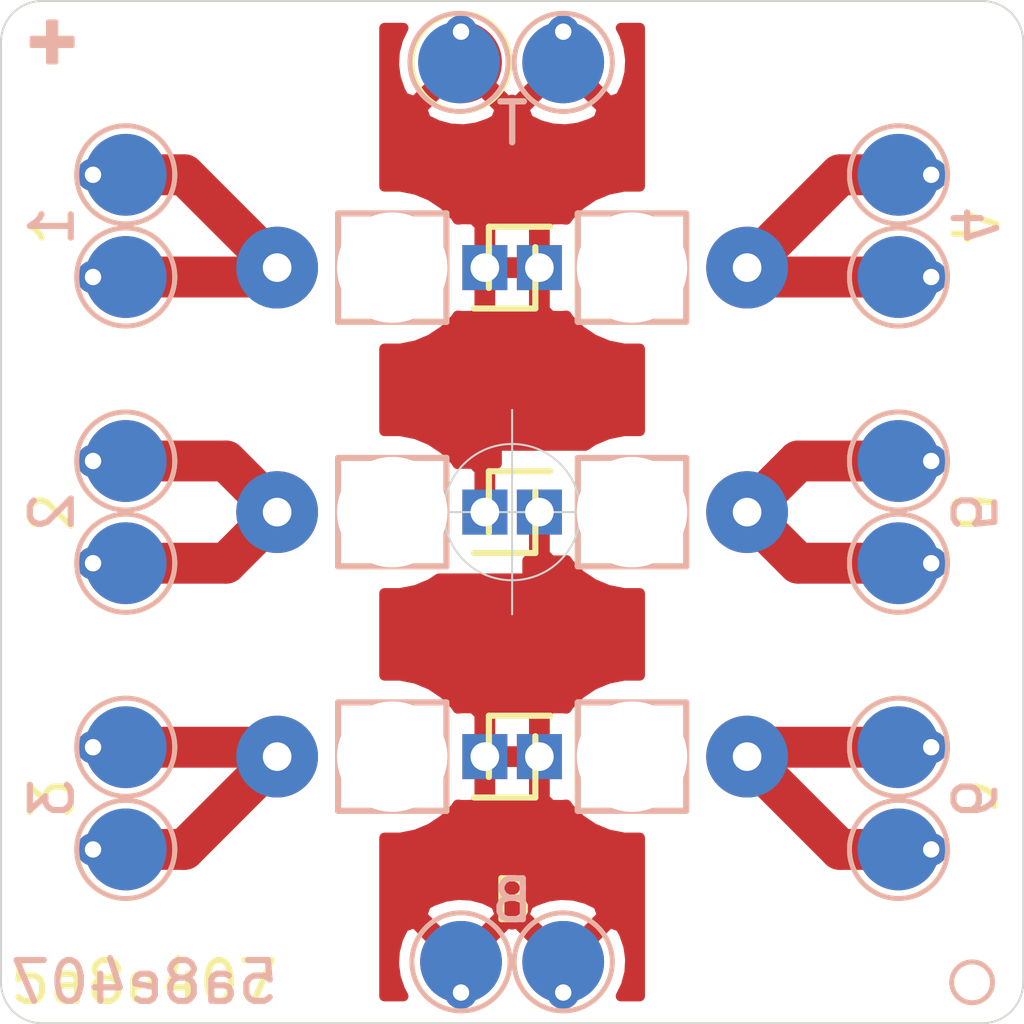
<source format=kicad_pcb>
(kicad_pcb (version 20171130) (host pcbnew 5.1.5)

  (general
    (thickness 1.6)
    (drawings 33)
    (tracks 52)
    (zones 0)
    (modules 44)
    (nets 9)
  )

  (page A4)
  (layers
    (0 F.Cu signal)
    (31 B.Cu signal)
    (32 B.Adhes user)
    (33 F.Adhes user)
    (34 B.Paste user)
    (35 F.Paste user)
    (36 B.SilkS user)
    (37 F.SilkS user)
    (38 B.Mask user)
    (39 F.Mask user)
    (40 Dwgs.User user)
    (41 Cmts.User user)
    (42 Eco1.User user)
    (43 Eco2.User user)
    (44 Edge.Cuts user)
    (45 Margin user)
    (46 B.CrtYd user)
    (47 F.CrtYd user)
    (48 B.Fab user)
    (49 F.Fab user)
  )

  (setup
    (last_trace_width 0.25)
    (user_trace_width 1)
    (trace_clearance 0.2)
    (zone_clearance 0.508)
    (zone_45_only no)
    (trace_min 0.2)
    (via_size 0.8)
    (via_drill 0.4)
    (via_min_size 0.4)
    (via_min_drill 0.3)
    (uvia_size 0.3)
    (uvia_drill 0.1)
    (uvias_allowed no)
    (uvia_min_size 0.2)
    (uvia_min_drill 0.1)
    (edge_width 0.05)
    (segment_width 0.2)
    (pcb_text_width 0.3)
    (pcb_text_size 1.5 1.5)
    (mod_edge_width 0.12)
    (mod_text_size 1 1)
    (mod_text_width 0.15)
    (pad_size 1.83 1.83)
    (pad_drill 1.63)
    (pad_to_mask_clearance 0.051)
    (solder_mask_min_width 0.25)
    (aux_axis_origin 0 0)
    (visible_elements FFFFFF7F)
    (pcbplotparams
      (layerselection 0x010fc_ffffffff)
      (usegerberextensions false)
      (usegerberattributes false)
      (usegerberadvancedattributes false)
      (creategerberjobfile false)
      (excludeedgelayer true)
      (linewidth 0.100000)
      (plotframeref false)
      (viasonmask false)
      (mode 1)
      (useauxorigin false)
      (hpglpennumber 1)
      (hpglpenspeed 20)
      (hpglpendiameter 15.000000)
      (psnegative false)
      (psa4output false)
      (plotreference true)
      (plotvalue true)
      (plotinvisibletext false)
      (padsonsilk false)
      (subtractmaskfromsilk false)
      (outputformat 1)
      (mirror false)
      (drillshape 0)
      (scaleselection 1)
      (outputdirectory "output"))
  )

  (net 0 "")
  (net 1 "Net-(D1-Pad2)")
  (net 2 "Net-(D1-Pad1)")
  (net 3 "Net-(D2-Pad2)")
  (net 4 "Net-(D3-Pad2)")
  (net 5 "Net-(D3-Pad1)")
  (net 6 "Net-(D4-Pad2)")
  (net 7 "Net-(D5-Pad2)")
  (net 8 "Net-(D6-Pad2)")

  (net_class Default "This is the default net class."
    (clearance 0.2)
    (trace_width 0.25)
    (via_dia 0.8)
    (via_drill 0.4)
    (uvia_dia 0.3)
    (uvia_drill 0.1)
    (add_net "Net-(D1-Pad1)")
    (add_net "Net-(D1-Pad2)")
    (add_net "Net-(D2-Pad2)")
    (add_net "Net-(D3-Pad1)")
    (add_net "Net-(D3-Pad2)")
    (add_net "Net-(D4-Pad2)")
    (add_net "Net-(D5-Pad2)")
    (add_net "Net-(D6-Pad2)")
  )

  (module custom:BPW34 (layer F.Cu) (tedit 5E3740E3) (tstamp 5E377E2C)
    (at -2.932 -5.98 180)
    (descr "Horizontal, pin pitch=5.08mm, OSRAM Q62702P0073, 2.65x2.65mm active area =7.0225mm^2")
    (tags "D T-1 series Axial Horizontal pin pitch 5.08mm  length 3.2mm diameter 2.6mm")
    (path /5E386D61)
    (fp_text reference D1 (at 0 -2.6) (layer F.SilkS) hide
      (effects (font (size 1 1) (thickness 0.15)))
    )
    (fp_text value D_Photo (at 0 3.6) (layer F.Fab) hide
      (effects (font (size 1 1) (thickness 0.15)))
    )
    (fp_line (start 2.475 1.925) (end -1.925 1.925) (layer Dwgs.User) (width 0.12))
    (fp_line (start -1.925 -1.925) (end 2.475 -1.925) (layer Dwgs.User) (width 0.12))
    (fp_line (start -1.925 1.925) (end -1.925 -1.925) (layer Dwgs.User) (width 0.12))
    (fp_line (start 2.475 -1.925) (end 2.475 1.925) (layer Dwgs.User) (width 0.12))
    (fp_line (start -3.5 -1) (end -3.5 0.5) (layer F.SilkS) (width 0.15))
    (fp_line (start -2 -1) (end -3.5 -1) (layer F.SilkS) (width 0.15))
    (fp_line (start -1.325 1.325) (end 1.325 1.325) (layer F.SilkS) (width 0.15))
    (fp_line (start -1.325 -1.325) (end 1.325 -1.325) (layer F.SilkS) (width 0.15))
    (fp_line (start -1.325 -1.325) (end -1.325 1.325) (layer F.SilkS) (width 0.15))
    (fp_line (start 1.325 -1.325) (end 1.325 1.325) (layer F.SilkS) (width 0.15))
    (fp_line (start 1.325 -1.325) (end 1.325 1.325) (layer B.SilkS) (width 0.15))
    (fp_line (start -1.325 -1.325) (end 1.325 -1.325) (layer B.SilkS) (width 0.15))
    (fp_line (start -1.325 -1.325) (end -1.325 1.325) (layer B.SilkS) (width 0.15))
    (fp_line (start -1.325 1.325) (end 1.325 1.325) (layer B.SilkS) (width 0.15))
    (fp_line (start 4.075 -1.925) (end -3.525 -1.925) (layer F.CrtYd) (width 0.05))
    (fp_line (start 4.085 1.925) (end 4.075 -1.925) (layer F.CrtYd) (width 0.05))
    (fp_line (start -3.525 1.925) (end 4.075 1.925) (layer F.CrtYd) (width 0.05))
    (fp_line (start -3.525 -1.925) (end -3.525 1.925) (layer F.CrtYd) (width 0.05))
    (fp_line (start 2.815 0) (end 1.875 0) (layer F.Fab) (width 0.1))
    (pad 2 thru_hole oval (at 2.815 0 180) (size 2 2) (drill 0.7) (layers *.Cu *.Mask)
      (net 1 "Net-(D1-Pad2)"))
    (pad 1 thru_hole rect (at -2.265 0 180) (size 1.1 1.1) (drill 0.7) (layers *.Cu *.Mask)
      (net 2 "Net-(D1-Pad1)"))
    (model ${KIPRJMOD}/../shared_libs/3d/bpw34.STEP
      (offset (xyz 0.275 0 2.1))
      (scale (xyz 1 1 1))
      (rotate (xyz 0 0 90))
    )
  )

  (module custom:BPW34 (layer F.Cu) (tedit 5E3740E3) (tstamp 5E377E45)
    (at -2.932 0 180)
    (descr "Horizontal, pin pitch=5.08mm, OSRAM Q62702P0073, 2.65x2.65mm active area =7.0225mm^2")
    (tags "D T-1 series Axial Horizontal pin pitch 5.08mm  length 3.2mm diameter 2.6mm")
    (path /5E38690F)
    (fp_text reference D2 (at 0 -2.6) (layer F.SilkS) hide
      (effects (font (size 1 1) (thickness 0.15)))
    )
    (fp_text value D_Photo (at 0 3.6) (layer F.Fab) hide
      (effects (font (size 1 1) (thickness 0.15)))
    )
    (fp_line (start 2.475 1.925) (end -1.925 1.925) (layer Dwgs.User) (width 0.12))
    (fp_line (start -1.925 -1.925) (end 2.475 -1.925) (layer Dwgs.User) (width 0.12))
    (fp_line (start -1.925 1.925) (end -1.925 -1.925) (layer Dwgs.User) (width 0.12))
    (fp_line (start 2.475 -1.925) (end 2.475 1.925) (layer Dwgs.User) (width 0.12))
    (fp_line (start -3.5 -1) (end -3.5 0.5) (layer F.SilkS) (width 0.15))
    (fp_line (start -2 -1) (end -3.5 -1) (layer F.SilkS) (width 0.15))
    (fp_line (start -1.325 1.325) (end 1.325 1.325) (layer F.SilkS) (width 0.15))
    (fp_line (start -1.325 -1.325) (end 1.325 -1.325) (layer F.SilkS) (width 0.15))
    (fp_line (start -1.325 -1.325) (end -1.325 1.325) (layer F.SilkS) (width 0.15))
    (fp_line (start 1.325 -1.325) (end 1.325 1.325) (layer F.SilkS) (width 0.15))
    (fp_line (start 1.325 -1.325) (end 1.325 1.325) (layer B.SilkS) (width 0.15))
    (fp_line (start -1.325 -1.325) (end 1.325 -1.325) (layer B.SilkS) (width 0.15))
    (fp_line (start -1.325 -1.325) (end -1.325 1.325) (layer B.SilkS) (width 0.15))
    (fp_line (start -1.325 1.325) (end 1.325 1.325) (layer B.SilkS) (width 0.15))
    (fp_line (start 4.075 -1.925) (end -3.525 -1.925) (layer F.CrtYd) (width 0.05))
    (fp_line (start 4.085 1.925) (end 4.075 -1.925) (layer F.CrtYd) (width 0.05))
    (fp_line (start -3.525 1.925) (end 4.075 1.925) (layer F.CrtYd) (width 0.05))
    (fp_line (start -3.525 -1.925) (end -3.525 1.925) (layer F.CrtYd) (width 0.05))
    (fp_line (start 2.815 0) (end 1.875 0) (layer F.Fab) (width 0.1))
    (pad 2 thru_hole oval (at 2.815 0 180) (size 2 2) (drill 0.7) (layers *.Cu *.Mask)
      (net 3 "Net-(D2-Pad2)"))
    (pad 1 thru_hole rect (at -2.265 0 180) (size 1.1 1.1) (drill 0.7) (layers *.Cu *.Mask)
      (net 2 "Net-(D1-Pad1)"))
    (model ${KIPRJMOD}/../shared_libs/3d/bpw34.STEP
      (offset (xyz 0.275 0 2.1))
      (scale (xyz 1 1 1))
      (rotate (xyz 0 0 90))
    )
  )

  (module custom:BPW34 (layer F.Cu) (tedit 5E3740E3) (tstamp 5E377E5E)
    (at -2.932 5.98 180)
    (descr "Horizontal, pin pitch=5.08mm, OSRAM Q62702P0073, 2.65x2.65mm active area =7.0225mm^2")
    (tags "D T-1 series Axial Horizontal pin pitch 5.08mm  length 3.2mm diameter 2.6mm")
    (path /5E38637F)
    (fp_text reference D3 (at 0 -2.6) (layer F.SilkS) hide
      (effects (font (size 1 1) (thickness 0.15)))
    )
    (fp_text value D_Photo (at 0 3.6) (layer F.Fab) hide
      (effects (font (size 1 1) (thickness 0.15)))
    )
    (fp_line (start 2.475 1.925) (end -1.925 1.925) (layer Dwgs.User) (width 0.12))
    (fp_line (start -1.925 -1.925) (end 2.475 -1.925) (layer Dwgs.User) (width 0.12))
    (fp_line (start -1.925 1.925) (end -1.925 -1.925) (layer Dwgs.User) (width 0.12))
    (fp_line (start 2.475 -1.925) (end 2.475 1.925) (layer Dwgs.User) (width 0.12))
    (fp_line (start -3.5 -1) (end -3.5 0.5) (layer F.SilkS) (width 0.15))
    (fp_line (start -2 -1) (end -3.5 -1) (layer F.SilkS) (width 0.15))
    (fp_line (start -1.325 1.325) (end 1.325 1.325) (layer F.SilkS) (width 0.15))
    (fp_line (start -1.325 -1.325) (end 1.325 -1.325) (layer F.SilkS) (width 0.15))
    (fp_line (start -1.325 -1.325) (end -1.325 1.325) (layer F.SilkS) (width 0.15))
    (fp_line (start 1.325 -1.325) (end 1.325 1.325) (layer F.SilkS) (width 0.15))
    (fp_line (start 1.325 -1.325) (end 1.325 1.325) (layer B.SilkS) (width 0.15))
    (fp_line (start -1.325 -1.325) (end 1.325 -1.325) (layer B.SilkS) (width 0.15))
    (fp_line (start -1.325 -1.325) (end -1.325 1.325) (layer B.SilkS) (width 0.15))
    (fp_line (start -1.325 1.325) (end 1.325 1.325) (layer B.SilkS) (width 0.15))
    (fp_line (start 4.075 -1.925) (end -3.525 -1.925) (layer F.CrtYd) (width 0.05))
    (fp_line (start 4.085 1.925) (end 4.075 -1.925) (layer F.CrtYd) (width 0.05))
    (fp_line (start -3.525 1.925) (end 4.075 1.925) (layer F.CrtYd) (width 0.05))
    (fp_line (start -3.525 -1.925) (end -3.525 1.925) (layer F.CrtYd) (width 0.05))
    (fp_line (start 2.815 0) (end 1.875 0) (layer F.Fab) (width 0.1))
    (pad 2 thru_hole oval (at 2.815 0 180) (size 2 2) (drill 0.7) (layers *.Cu *.Mask)
      (net 4 "Net-(D3-Pad2)"))
    (pad 1 thru_hole rect (at -2.265 0 180) (size 1.1 1.1) (drill 0.7) (layers *.Cu *.Mask)
      (net 5 "Net-(D3-Pad1)"))
    (model ${KIPRJMOD}/../shared_libs/3d/bpw34.STEP
      (offset (xyz 0.275 0 2.1))
      (scale (xyz 1 1 1))
      (rotate (xyz 0 0 90))
    )
  )

  (module custom:BPW34 (layer F.Cu) (tedit 5E3740E3) (tstamp 5E377E77)
    (at 2.932 -5.98)
    (descr "Horizontal, pin pitch=5.08mm, OSRAM Q62702P0073, 2.65x2.65mm active area =7.0225mm^2")
    (tags "D T-1 series Axial Horizontal pin pitch 5.08mm  length 3.2mm diameter 2.6mm")
    (path /5E382277)
    (fp_text reference D4 (at 0 -2.6) (layer F.SilkS) hide
      (effects (font (size 1 1) (thickness 0.15)))
    )
    (fp_text value D_Photo (at 0 3.6) (layer F.Fab) hide
      (effects (font (size 1 1) (thickness 0.15)))
    )
    (fp_line (start 2.475 1.925) (end -1.925 1.925) (layer Dwgs.User) (width 0.12))
    (fp_line (start -1.925 -1.925) (end 2.475 -1.925) (layer Dwgs.User) (width 0.12))
    (fp_line (start -1.925 1.925) (end -1.925 -1.925) (layer Dwgs.User) (width 0.12))
    (fp_line (start 2.475 -1.925) (end 2.475 1.925) (layer Dwgs.User) (width 0.12))
    (fp_line (start -3.5 -1) (end -3.5 0.5) (layer F.SilkS) (width 0.15))
    (fp_line (start -2 -1) (end -3.5 -1) (layer F.SilkS) (width 0.15))
    (fp_line (start -1.325 1.325) (end 1.325 1.325) (layer F.SilkS) (width 0.15))
    (fp_line (start -1.325 -1.325) (end 1.325 -1.325) (layer F.SilkS) (width 0.15))
    (fp_line (start -1.325 -1.325) (end -1.325 1.325) (layer F.SilkS) (width 0.15))
    (fp_line (start 1.325 -1.325) (end 1.325 1.325) (layer F.SilkS) (width 0.15))
    (fp_line (start 1.325 -1.325) (end 1.325 1.325) (layer B.SilkS) (width 0.15))
    (fp_line (start -1.325 -1.325) (end 1.325 -1.325) (layer B.SilkS) (width 0.15))
    (fp_line (start -1.325 -1.325) (end -1.325 1.325) (layer B.SilkS) (width 0.15))
    (fp_line (start -1.325 1.325) (end 1.325 1.325) (layer B.SilkS) (width 0.15))
    (fp_line (start 4.075 -1.925) (end -3.525 -1.925) (layer F.CrtYd) (width 0.05))
    (fp_line (start 4.085 1.925) (end 4.075 -1.925) (layer F.CrtYd) (width 0.05))
    (fp_line (start -3.525 1.925) (end 4.075 1.925) (layer F.CrtYd) (width 0.05))
    (fp_line (start -3.525 -1.925) (end -3.525 1.925) (layer F.CrtYd) (width 0.05))
    (fp_line (start 2.815 0) (end 1.875 0) (layer F.Fab) (width 0.1))
    (pad 2 thru_hole oval (at 2.815 0) (size 2 2) (drill 0.7) (layers *.Cu *.Mask)
      (net 6 "Net-(D4-Pad2)"))
    (pad 1 thru_hole rect (at -2.265 0) (size 1.1 1.1) (drill 0.7) (layers *.Cu *.Mask)
      (net 2 "Net-(D1-Pad1)"))
    (model ${KIPRJMOD}/../shared_libs/3d/bpw34.STEP
      (offset (xyz 0.275 0 2.1))
      (scale (xyz 1 1 1))
      (rotate (xyz 0 0 90))
    )
  )

  (module custom:BPW34 (layer F.Cu) (tedit 5E3740E3) (tstamp 5E377E90)
    (at 2.932 0)
    (descr "Horizontal, pin pitch=5.08mm, OSRAM Q62702P0073, 2.65x2.65mm active area =7.0225mm^2")
    (tags "D T-1 series Axial Horizontal pin pitch 5.08mm  length 3.2mm diameter 2.6mm")
    (path /5E385AC7)
    (fp_text reference D5 (at 0 -2.6) (layer F.SilkS) hide
      (effects (font (size 1 1) (thickness 0.15)))
    )
    (fp_text value D_Photo (at 0 3.6) (layer F.Fab) hide
      (effects (font (size 1 1) (thickness 0.15)))
    )
    (fp_line (start 2.475 1.925) (end -1.925 1.925) (layer Dwgs.User) (width 0.12))
    (fp_line (start -1.925 -1.925) (end 2.475 -1.925) (layer Dwgs.User) (width 0.12))
    (fp_line (start -1.925 1.925) (end -1.925 -1.925) (layer Dwgs.User) (width 0.12))
    (fp_line (start 2.475 -1.925) (end 2.475 1.925) (layer Dwgs.User) (width 0.12))
    (fp_line (start -3.5 -1) (end -3.5 0.5) (layer F.SilkS) (width 0.15))
    (fp_line (start -2 -1) (end -3.5 -1) (layer F.SilkS) (width 0.15))
    (fp_line (start -1.325 1.325) (end 1.325 1.325) (layer F.SilkS) (width 0.15))
    (fp_line (start -1.325 -1.325) (end 1.325 -1.325) (layer F.SilkS) (width 0.15))
    (fp_line (start -1.325 -1.325) (end -1.325 1.325) (layer F.SilkS) (width 0.15))
    (fp_line (start 1.325 -1.325) (end 1.325 1.325) (layer F.SilkS) (width 0.15))
    (fp_line (start 1.325 -1.325) (end 1.325 1.325) (layer B.SilkS) (width 0.15))
    (fp_line (start -1.325 -1.325) (end 1.325 -1.325) (layer B.SilkS) (width 0.15))
    (fp_line (start -1.325 -1.325) (end -1.325 1.325) (layer B.SilkS) (width 0.15))
    (fp_line (start -1.325 1.325) (end 1.325 1.325) (layer B.SilkS) (width 0.15))
    (fp_line (start 4.075 -1.925) (end -3.525 -1.925) (layer F.CrtYd) (width 0.05))
    (fp_line (start 4.085 1.925) (end 4.075 -1.925) (layer F.CrtYd) (width 0.05))
    (fp_line (start -3.525 1.925) (end 4.075 1.925) (layer F.CrtYd) (width 0.05))
    (fp_line (start -3.525 -1.925) (end -3.525 1.925) (layer F.CrtYd) (width 0.05))
    (fp_line (start 2.815 0) (end 1.875 0) (layer F.Fab) (width 0.1))
    (pad 2 thru_hole oval (at 2.815 0) (size 2 2) (drill 0.7) (layers *.Cu *.Mask)
      (net 7 "Net-(D5-Pad2)"))
    (pad 1 thru_hole rect (at -2.265 0) (size 1.1 1.1) (drill 0.7) (layers *.Cu *.Mask)
      (net 5 "Net-(D3-Pad1)"))
    (model ${KIPRJMOD}/../shared_libs/3d/bpw34.STEP
      (offset (xyz 0.275 0 2.1))
      (scale (xyz 1 1 1))
      (rotate (xyz 0 0 90))
    )
  )

  (module custom:BPW34 (layer F.Cu) (tedit 5E3740E3) (tstamp 5E377EA9)
    (at 2.932 5.98)
    (descr "Horizontal, pin pitch=5.08mm, OSRAM Q62702P0073, 2.65x2.65mm active area =7.0225mm^2")
    (tags "D T-1 series Axial Horizontal pin pitch 5.08mm  length 3.2mm diameter 2.6mm")
    (path /5E385E99)
    (fp_text reference D6 (at 0 -2.6) (layer F.SilkS) hide
      (effects (font (size 1 1) (thickness 0.15)))
    )
    (fp_text value D_Photo (at 0 3.6) (layer F.Fab) hide
      (effects (font (size 1 1) (thickness 0.15)))
    )
    (fp_line (start 2.475 1.925) (end -1.925 1.925) (layer Dwgs.User) (width 0.12))
    (fp_line (start -1.925 -1.925) (end 2.475 -1.925) (layer Dwgs.User) (width 0.12))
    (fp_line (start -1.925 1.925) (end -1.925 -1.925) (layer Dwgs.User) (width 0.12))
    (fp_line (start 2.475 -1.925) (end 2.475 1.925) (layer Dwgs.User) (width 0.12))
    (fp_line (start -3.5 -1) (end -3.5 0.5) (layer F.SilkS) (width 0.15))
    (fp_line (start -2 -1) (end -3.5 -1) (layer F.SilkS) (width 0.15))
    (fp_line (start -1.325 1.325) (end 1.325 1.325) (layer F.SilkS) (width 0.15))
    (fp_line (start -1.325 -1.325) (end 1.325 -1.325) (layer F.SilkS) (width 0.15))
    (fp_line (start -1.325 -1.325) (end -1.325 1.325) (layer F.SilkS) (width 0.15))
    (fp_line (start 1.325 -1.325) (end 1.325 1.325) (layer F.SilkS) (width 0.15))
    (fp_line (start 1.325 -1.325) (end 1.325 1.325) (layer B.SilkS) (width 0.15))
    (fp_line (start -1.325 -1.325) (end 1.325 -1.325) (layer B.SilkS) (width 0.15))
    (fp_line (start -1.325 -1.325) (end -1.325 1.325) (layer B.SilkS) (width 0.15))
    (fp_line (start -1.325 1.325) (end 1.325 1.325) (layer B.SilkS) (width 0.15))
    (fp_line (start 4.075 -1.925) (end -3.525 -1.925) (layer F.CrtYd) (width 0.05))
    (fp_line (start 4.085 1.925) (end 4.075 -1.925) (layer F.CrtYd) (width 0.05))
    (fp_line (start -3.525 1.925) (end 4.075 1.925) (layer F.CrtYd) (width 0.05))
    (fp_line (start -3.525 -1.925) (end -3.525 1.925) (layer F.CrtYd) (width 0.05))
    (fp_line (start 2.815 0) (end 1.875 0) (layer F.Fab) (width 0.1))
    (pad 2 thru_hole oval (at 2.815 0) (size 2 2) (drill 0.7) (layers *.Cu *.Mask)
      (net 8 "Net-(D6-Pad2)"))
    (pad 1 thru_hole rect (at -2.265 0) (size 1.1 1.1) (drill 0.7) (layers *.Cu *.Mask)
      (net 5 "Net-(D3-Pad1)"))
    (model ${KIPRJMOD}/../shared_libs/3d/bpw34.STEP
      (offset (xyz 0.275 0 2.1))
      (scale (xyz 1 1 1))
      (rotate (xyz 0 0 90))
    )
  )

  (module TestPoint:TestPoint_Pad_D2.0mm (layer F.Cu) (tedit 5A0F774F) (tstamp 5E377EB1)
    (at -9.45 -8.25)
    (descr "SMD pad as test Point, diameter 2.0mm")
    (tags "test point SMD pad")
    (path /5E3B2EB1)
    (attr virtual)
    (fp_text reference TP1 (at -2.3 1.25 270) (layer F.SilkS) hide
      (effects (font (size 1 1) (thickness 0.15)))
    )
    (fp_text value TestPoint_Small (at 0 2.05) (layer F.Fab) hide
      (effects (font (size 1 1) (thickness 0.15)))
    )
    (fp_circle (center 0 0) (end 0 1.2) (layer F.SilkS) (width 0.12))
    (fp_circle (center 0 0) (end 1.5 0) (layer F.CrtYd) (width 0.05))
    (fp_text user %R (at -5 0) (layer F.Fab) hide
      (effects (font (size 1 1) (thickness 0.15)))
    )
    (pad 1 smd circle (at 0 0) (size 2 2) (layers F.Cu F.Mask)
      (net 1 "Net-(D1-Pad2)"))
  )

  (module TestPoint:TestPoint_Pad_D2.0mm (layer F.Cu) (tedit 5A0F774F) (tstamp 5E37915E)
    (at -9.45 -1.25)
    (descr "SMD pad as test Point, diameter 2.0mm")
    (tags "test point SMD pad")
    (path /5E3B39E2)
    (attr virtual)
    (fp_text reference TP2 (at -2.3 1.25 90) (layer F.SilkS) hide
      (effects (font (size 1 1) (thickness 0.15)))
    )
    (fp_text value TestPoint_Small (at 0 2.05) (layer F.Fab) hide
      (effects (font (size 1 1) (thickness 0.15)))
    )
    (fp_circle (center 0 0) (end 0 1.2) (layer F.SilkS) (width 0.12))
    (fp_circle (center 0 0) (end 1.5 0) (layer F.CrtYd) (width 0.05))
    (fp_text user %R (at -5.05 1) (layer F.Fab) hide
      (effects (font (size 1 1) (thickness 0.15)))
    )
    (pad 1 smd circle (at 0 0) (size 2 2) (layers F.Cu F.Mask)
      (net 3 "Net-(D2-Pad2)"))
  )

  (module TestPoint:TestPoint_Pad_D2.0mm (layer F.Cu) (tedit 5A0F774F) (tstamp 5E377EC1)
    (at -9.45 5.75)
    (descr "SMD pad as test Point, diameter 2.0mm")
    (tags "test point SMD pad")
    (path /5E3B3C8B)
    (attr virtual)
    (fp_text reference TP3 (at -2.3 1.25 90) (layer F.SilkS) hide
      (effects (font (size 1 1) (thickness 0.15)))
    )
    (fp_text value TestPoint_Small (at 0 2.05) (layer F.Fab) hide
      (effects (font (size 1 1) (thickness 0.15)))
    )
    (fp_circle (center 0 0) (end 0 1.2) (layer F.SilkS) (width 0.12))
    (fp_circle (center 0 0) (end 1.5 0) (layer F.CrtYd) (width 0.05))
    (fp_text user %R (at -2.3 1.25 270) (layer F.Fab) hide
      (effects (font (size 1 1) (thickness 0.15)))
    )
    (pad 1 smd circle (at 0 0) (size 2 2) (layers F.Cu F.Mask)
      (net 4 "Net-(D3-Pad2)"))
  )

  (module TestPoint:TestPoint_Pad_D2.0mm (layer F.Cu) (tedit 5A0F774F) (tstamp 5E377EC9)
    (at 9.45 -8.25)
    (descr "SMD pad as test Point, diameter 2.0mm")
    (tags "test point SMD pad")
    (path /5E3B2200)
    (attr virtual)
    (fp_text reference TP4 (at 2.3 1.25 270) (layer F.SilkS) hide
      (effects (font (size 1 1) (thickness 0.15)))
    )
    (fp_text value TestPoint_Small (at 0 2.05) (layer F.Fab) hide
      (effects (font (size 1 1) (thickness 0.15)))
    )
    (fp_circle (center 0 0) (end 0 1.2) (layer F.SilkS) (width 0.12))
    (fp_circle (center 0 0) (end 1.5 0) (layer F.CrtYd) (width 0.05))
    (fp_text user %R (at 0 -2) (layer F.Fab) hide
      (effects (font (size 1 1) (thickness 0.15)))
    )
    (pad 1 smd circle (at 0 0) (size 2 2) (layers F.Cu F.Mask)
      (net 6 "Net-(D4-Pad2)"))
  )

  (module TestPoint:TestPoint_Pad_D2.0mm (layer F.Cu) (tedit 5A0F774F) (tstamp 5E37816C)
    (at 9.45 -1.25)
    (descr "SMD pad as test Point, diameter 2.0mm")
    (tags "test point SMD pad")
    (path /5E3B2716)
    (attr virtual)
    (fp_text reference TP5 (at 2.3 1.25 90) (layer F.SilkS) hide
      (effects (font (size 1 1) (thickness 0.15)))
    )
    (fp_text value TestPoint_Small (at 0 2.05) (layer F.Fab) hide
      (effects (font (size 1 1) (thickness 0.15)))
    )
    (fp_circle (center 0 0) (end 0 1.2) (layer F.SilkS) (width 0.12))
    (fp_circle (center 0 0) (end 1.5 0) (layer F.CrtYd) (width 0.05))
    (fp_text user %R (at 0 -2) (layer F.Fab) hide
      (effects (font (size 1 1) (thickness 0.15)))
    )
    (pad 1 smd circle (at 0 0) (size 2 2) (layers F.Cu F.Mask)
      (net 7 "Net-(D5-Pad2)"))
  )

  (module TestPoint:TestPoint_Pad_D2.0mm (layer F.Cu) (tedit 5A0F774F) (tstamp 5E377ED9)
    (at 9.45 5.75)
    (descr "SMD pad as test Point, diameter 2.0mm")
    (tags "test point SMD pad")
    (path /5E3B2A9D)
    (attr virtual)
    (fp_text reference TP6 (at 2.3 1.25 90) (layer F.SilkS) hide
      (effects (font (size 1 1) (thickness 0.15)))
    )
    (fp_text value TestPoint_Small (at 0 2.05) (layer F.Fab) hide
      (effects (font (size 1 1) (thickness 0.15)))
    )
    (fp_circle (center 0 0) (end 0 1.2) (layer F.SilkS) (width 0.12))
    (fp_circle (center 0 0) (end 1.5 0) (layer F.CrtYd) (width 0.05))
    (fp_text user %R (at 0 -2) (layer F.Fab) hide
      (effects (font (size 1 1) (thickness 0.15)))
    )
    (pad 1 smd circle (at 0 0) (size 2 2) (layers F.Cu F.Mask)
      (net 8 "Net-(D6-Pad2)"))
  )

  (module TestPoint:TestPoint_Pad_D2.0mm (layer F.Cu) (tedit 5A0F774F) (tstamp 5E377EE1)
    (at -1.25 -11)
    (descr "SMD pad as test Point, diameter 2.0mm")
    (tags "test point SMD pad")
    (path /5E3AE048)
    (attr virtual)
    (fp_text reference TP7 (at 1.25 2.25) (layer F.SilkS) hide
      (effects (font (size 1 1) (thickness 0.15)))
    )
    (fp_text value TestPoint_Small (at 0 2.05) (layer F.Fab) hide
      (effects (font (size 1 1) (thickness 0.15)))
    )
    (fp_circle (center 0 0) (end 0 1.2) (layer F.SilkS) (width 0.12))
    (fp_circle (center 0 0) (end 1.5 0) (layer F.CrtYd) (width 0.05))
    (fp_text user %R (at 0 -2) (layer F.Fab) hide
      (effects (font (size 1 1) (thickness 0.15)))
    )
    (pad 1 smd circle (at 0 0) (size 2 2) (layers F.Cu F.Mask)
      (net 2 "Net-(D1-Pad1)"))
  )

  (module TestPoint:TestPoint_Pad_D2.0mm (layer F.Cu) (tedit 5A0F774F) (tstamp 5E377EE9)
    (at -1.25 11)
    (descr "SMD pad as test Point, diameter 2.0mm")
    (tags "test point SMD pad")
    (path /5E3B8B70)
    (attr virtual)
    (fp_text reference TP8 (at 1 -2) (layer F.SilkS) hide
      (effects (font (size 1 1) (thickness 0.15)))
    )
    (fp_text value TestPoint_Small (at 0 2.05) (layer F.Fab) hide
      (effects (font (size 1 1) (thickness 0.15)))
    )
    (fp_circle (center 0 0) (end 0 1.2) (layer F.SilkS) (width 0.12))
    (fp_circle (center 0 0) (end 1.5 0) (layer F.CrtYd) (width 0.05))
    (fp_text user %R (at 0 -2) (layer F.Fab) hide
      (effects (font (size 1 1) (thickness 0.15)))
    )
    (pad 1 smd circle (at 0 0) (size 2 2) (layers F.Cu F.Mask)
      (net 5 "Net-(D3-Pad1)"))
  )

  (module TestPoint:TestPoint_Pad_D2.0mm (layer F.Cu) (tedit 5A0F774F) (tstamp 5E377EF1)
    (at 1.25 -11)
    (descr "SMD pad as test Point, diameter 2.0mm")
    (tags "test point SMD pad")
    (path /5E3B7EC9)
    (attr virtual)
    (fp_text reference TP9 (at 3.5 0) (layer F.SilkS) hide
      (effects (font (size 1 1) (thickness 0.15)))
    )
    (fp_text value TestPoint_Small (at 0 2.05) (layer F.Fab) hide
      (effects (font (size 1 1) (thickness 0.15)))
    )
    (fp_circle (center 0 0) (end 0 1.2) (layer F.SilkS) (width 0.12))
    (fp_circle (center 0 0) (end 1.5 0) (layer F.CrtYd) (width 0.05))
    (fp_text user %R (at 2.5 0) (layer F.Fab) hide
      (effects (font (size 1 1) (thickness 0.15)))
    )
    (pad 1 smd circle (at 0 0) (size 2 2) (layers F.Cu F.Mask)
      (net 2 "Net-(D1-Pad1)"))
  )

  (module TestPoint:TestPoint_Pad_D2.0mm (layer F.Cu) (tedit 5A0F774F) (tstamp 5E377EF9)
    (at -9.45 -5.75)
    (descr "SMD pad as test Point, diameter 2.0mm")
    (tags "test point SMD pad")
    (path /5E3B37F3)
    (attr virtual)
    (fp_text reference TP10 (at 0 -1.998) (layer F.SilkS) hide
      (effects (font (size 1 1) (thickness 0.15)))
    )
    (fp_text value TestPoint_Small (at 0 2.05) (layer F.Fab) hide
      (effects (font (size 1 1) (thickness 0.15)))
    )
    (fp_circle (center 0 0) (end 0 1.2) (layer F.SilkS) (width 0.12))
    (fp_circle (center 0 0) (end 1.5 0) (layer F.CrtYd) (width 0.05))
    (fp_text user %R (at 0 -2) (layer F.Fab) hide
      (effects (font (size 1 1) (thickness 0.15)))
    )
    (pad 1 smd circle (at 0 0) (size 2 2) (layers F.Cu F.Mask)
      (net 1 "Net-(D1-Pad2)"))
  )

  (module TestPoint:TestPoint_Pad_D2.0mm (layer F.Cu) (tedit 5A0F774F) (tstamp 5E37898F)
    (at 9.45 -5.75)
    (descr "SMD pad as test Point, diameter 2.0mm")
    (tags "test point SMD pad")
    (path /5E3B2509)
    (attr virtual)
    (fp_text reference TP11 (at 5.3 0.75) (layer F.SilkS) hide
      (effects (font (size 1 1) (thickness 0.15)))
    )
    (fp_text value TestPoint_Small (at 0 2.05) (layer F.Fab) hide
      (effects (font (size 1 1) (thickness 0.15)))
    )
    (fp_circle (center 0 0) (end 0 1.2) (layer F.SilkS) (width 0.12))
    (fp_circle (center 0 0) (end 1.5 0) (layer F.CrtYd) (width 0.05))
    (fp_text user %R (at 0 -2) (layer F.Fab) hide
      (effects (font (size 1 1) (thickness 0.15)))
    )
    (pad 1 smd circle (at 0 0) (size 2 2) (layers F.Cu F.Mask)
      (net 6 "Net-(D4-Pad2)"))
  )

  (module TestPoint:TestPoint_Pad_D2.0mm (layer F.Cu) (tedit 5A0F774F) (tstamp 5E377F09)
    (at -9.45 1.25)
    (descr "SMD pad as test Point, diameter 2.0mm")
    (tags "test point SMD pad")
    (path /5E3B3E33)
    (attr virtual)
    (fp_text reference TP12 (at 0 -1.998) (layer F.SilkS) hide
      (effects (font (size 1 1) (thickness 0.15)))
    )
    (fp_text value TestPoint_Small (at 0 2.05) (layer F.Fab) hide
      (effects (font (size 1 1) (thickness 0.15)))
    )
    (fp_circle (center 0 0) (end 0 1.2) (layer F.SilkS) (width 0.12))
    (fp_circle (center 0 0) (end 1.5 0) (layer F.CrtYd) (width 0.05))
    (fp_text user %R (at 0 -2) (layer F.Fab) hide
      (effects (font (size 1 1) (thickness 0.15)))
    )
    (pad 1 smd circle (at 0 0) (size 2 2) (layers F.Cu F.Mask)
      (net 3 "Net-(D2-Pad2)"))
  )

  (module TestPoint:TestPoint_Pad_D2.0mm (layer F.Cu) (tedit 5A0F774F) (tstamp 5E377F11)
    (at 9.45 1.25)
    (descr "SMD pad as test Point, diameter 2.0mm")
    (tags "test point SMD pad")
    (path /5E3B2923)
    (attr virtual)
    (fp_text reference TP13 (at 0 -1.998) (layer F.SilkS) hide
      (effects (font (size 1 1) (thickness 0.15)))
    )
    (fp_text value TestPoint_Small (at 0 2.05) (layer F.Fab) hide
      (effects (font (size 1 1) (thickness 0.15)))
    )
    (fp_circle (center 0 0) (end 0 1.2) (layer F.SilkS) (width 0.12))
    (fp_circle (center 0 0) (end 1.5 0) (layer F.CrtYd) (width 0.05))
    (fp_text user %R (at 0 -2) (layer F.Fab) hide
      (effects (font (size 1 1) (thickness 0.15)))
    )
    (pad 1 smd circle (at 0 0) (size 2 2) (layers F.Cu F.Mask)
      (net 7 "Net-(D5-Pad2)"))
  )

  (module TestPoint:TestPoint_Pad_D2.0mm (layer F.Cu) (tedit 5A0F774F) (tstamp 5E377F19)
    (at -9.45 8.25)
    (descr "SMD pad as test Point, diameter 2.0mm")
    (tags "test point SMD pad")
    (path /5E3B3FB1)
    (attr virtual)
    (fp_text reference TP14 (at 0 -1.998) (layer F.SilkS) hide
      (effects (font (size 1 1) (thickness 0.15)))
    )
    (fp_text value TestPoint_Small (at 0 2.05) (layer F.Fab) hide
      (effects (font (size 1 1) (thickness 0.15)))
    )
    (fp_circle (center 0 0) (end 0 1.2) (layer F.SilkS) (width 0.12))
    (fp_circle (center 0 0) (end 1.5 0) (layer F.CrtYd) (width 0.05))
    (fp_text user %R (at 0 -2) (layer F.Fab) hide
      (effects (font (size 1 1) (thickness 0.15)))
    )
    (pad 1 smd circle (at 0 0) (size 2 2) (layers F.Cu F.Mask)
      (net 4 "Net-(D3-Pad2)"))
  )

  (module TestPoint:TestPoint_Pad_D2.0mm (layer F.Cu) (tedit 5A0F774F) (tstamp 5E377F21)
    (at 9.45 8.25)
    (descr "SMD pad as test Point, diameter 2.0mm")
    (tags "test point SMD pad")
    (path /5E3B2CE0)
    (attr virtual)
    (fp_text reference TP15 (at 0 -1.998) (layer F.SilkS) hide
      (effects (font (size 1 1) (thickness 0.15)))
    )
    (fp_text value TestPoint_Small (at 0 2.05) (layer F.Fab) hide
      (effects (font (size 1 1) (thickness 0.15)))
    )
    (fp_circle (center 0 0) (end 0 1.2) (layer F.SilkS) (width 0.12))
    (fp_circle (center 0 0) (end 1.5 0) (layer F.CrtYd) (width 0.05))
    (fp_text user %R (at 0 -2) (layer F.Fab) hide
      (effects (font (size 1 1) (thickness 0.15)))
    )
    (pad 1 smd circle (at 0 0) (size 2 2) (layers F.Cu F.Mask)
      (net 8 "Net-(D6-Pad2)"))
  )

  (module TestPoint:TestPoint_Pad_D2.0mm (layer F.Cu) (tedit 5A0F774F) (tstamp 5E377F29)
    (at 1.25 11)
    (descr "SMD pad as test Point, diameter 2.0mm")
    (tags "test point SMD pad")
    (path /5E3B8F30)
    (attr virtual)
    (fp_text reference TP16 (at 3.5 0) (layer F.SilkS) hide
      (effects (font (size 1 1) (thickness 0.15)))
    )
    (fp_text value TestPoint_Small (at 0 2.05) (layer F.Fab) hide
      (effects (font (size 1 1) (thickness 0.15)))
    )
    (fp_circle (center 0 0) (end 0 1.2) (layer F.SilkS) (width 0.12))
    (fp_circle (center 0 0) (end 1.5 0) (layer F.CrtYd) (width 0.05))
    (fp_text user %R (at 0 -2) (layer F.Fab) hide
      (effects (font (size 1 1) (thickness 0.15)))
    )
    (pad 1 smd circle (at 0 0) (size 2 2) (layers F.Cu F.Mask)
      (net 5 "Net-(D3-Pad1)"))
  )

  (module MountingHole:MountingHole_2.7mm (layer F.Cu) (tedit 56D1B4CB) (tstamp 5E379674)
    (at -2.932 -5.98)
    (descr "Mounting Hole 2.7mm, no annular")
    (tags "mounting hole 2.7mm no annular")
    (path /5E3F36B7)
    (attr virtual)
    (fp_text reference H1 (at 0 -3.7) (layer F.SilkS) hide
      (effects (font (size 1 1) (thickness 0.15)))
    )
    (fp_text value MountingHole (at 0 3.7) (layer F.Fab) hide
      (effects (font (size 1 1) (thickness 0.15)))
    )
    (fp_text user %R (at 0.3 0) (layer F.Fab)
      (effects (font (size 1 1) (thickness 0.15)))
    )
    (fp_circle (center 0 0) (end 2.7 0) (layer Cmts.User) (width 0.15))
    (fp_circle (center 0 0) (end 2.95 0) (layer F.CrtYd) (width 0.05))
    (pad 1 np_thru_hole circle (at 0 0) (size 2.7 2.7) (drill 2.7) (layers *.Cu *.Mask))
  )

  (module MountingHole:MountingHole_2.7mm (layer F.Cu) (tedit 56D1B4CB) (tstamp 5E37967C)
    (at -2.932 0)
    (descr "Mounting Hole 2.7mm, no annular")
    (tags "mounting hole 2.7mm no annular")
    (path /5E3F3422)
    (attr virtual)
    (fp_text reference H2 (at 0 -3.7) (layer F.SilkS) hide
      (effects (font (size 1 1) (thickness 0.15)))
    )
    (fp_text value MountingHole (at 0 3.7) (layer F.Fab) hide
      (effects (font (size 1 1) (thickness 0.15)))
    )
    (fp_circle (center 0 0) (end 2.95 0) (layer F.CrtYd) (width 0.05))
    (fp_circle (center 0 0) (end 2.7 0) (layer Cmts.User) (width 0.15))
    (fp_text user %R (at 0.3 0) (layer F.Fab)
      (effects (font (size 1 1) (thickness 0.15)))
    )
    (pad 1 np_thru_hole circle (at 0 0) (size 2.7 2.7) (drill 2.7) (layers *.Cu *.Mask))
  )

  (module MountingHole:MountingHole_2.7mm (layer F.Cu) (tedit 56D1B4CB) (tstamp 5E379684)
    (at -2.932 5.98)
    (descr "Mounting Hole 2.7mm, no annular")
    (tags "mounting hole 2.7mm no annular")
    (path /5E3F13FC)
    (attr virtual)
    (fp_text reference H3 (at 0 -3.7) (layer F.SilkS) hide
      (effects (font (size 1 1) (thickness 0.15)))
    )
    (fp_text value MountingHole (at 0 3.7 90) (layer F.Fab) hide
      (effects (font (size 1 1) (thickness 0.15)))
    )
    (fp_text user %R (at 0.3 0) (layer F.Fab)
      (effects (font (size 1 1) (thickness 0.15)))
    )
    (fp_circle (center 0 0) (end 2.7 0) (layer Cmts.User) (width 0.15))
    (fp_circle (center 0 0) (end 2.95 0) (layer F.CrtYd) (width 0.05))
    (pad 1 np_thru_hole circle (at 0 0) (size 2.7 2.7) (drill 2.7) (layers *.Cu *.Mask))
  )

  (module MountingHole:MountingHole_2.7mm (layer F.Cu) (tedit 56D1B4CB) (tstamp 5E37968C)
    (at 2.932 -5.98)
    (descr "Mounting Hole 2.7mm, no annular")
    (tags "mounting hole 2.7mm no annular")
    (path /5E3F0309)
    (attr virtual)
    (fp_text reference H4 (at 0 -3.7) (layer F.SilkS) hide
      (effects (font (size 1 1) (thickness 0.15)))
    )
    (fp_text value MountingHole (at 0 3.7) (layer F.Fab)
      (effects (font (size 1 1) (thickness 0.15)))
    )
    (fp_circle (center 0 0) (end 2.95 0) (layer F.CrtYd) (width 0.05))
    (fp_circle (center 0 0) (end 2.7 0) (layer Cmts.User) (width 0.15))
    (fp_text user %R (at 0.3 0) (layer F.Fab)
      (effects (font (size 1 1) (thickness 0.15)))
    )
    (pad 1 np_thru_hole circle (at 0 0) (size 2.7 2.7) (drill 2.7) (layers *.Cu *.Mask))
  )

  (module MountingHole:MountingHole_2.7mm (layer F.Cu) (tedit 56D1B4CB) (tstamp 5E379864)
    (at 2.932 0)
    (descr "Mounting Hole 2.7mm, no annular")
    (tags "mounting hole 2.7mm no annular")
    (path /5E3F0870)
    (attr virtual)
    (fp_text reference H5 (at 0 -3.7) (layer F.SilkS) hide
      (effects (font (size 1 1) (thickness 0.15)))
    )
    (fp_text value MountingHole (at 0 3.7) (layer F.Fab) hide
      (effects (font (size 1 1) (thickness 0.15)))
    )
    (fp_text user %R (at 0.3 0) (layer F.Fab)
      (effects (font (size 1 1) (thickness 0.15)))
    )
    (fp_circle (center 0 0) (end 2.7 0) (layer Cmts.User) (width 0.15))
    (fp_circle (center 0 0) (end 2.95 0) (layer F.CrtYd) (width 0.05))
    (pad 1 np_thru_hole circle (at 0 0) (size 2.7 2.7) (drill 2.7) (layers *.Cu *.Mask))
  )

  (module MountingHole:MountingHole_2.7mm (layer F.Cu) (tedit 56D1B4CB) (tstamp 5E37969C)
    (at 2.932 5.98)
    (descr "Mounting Hole 2.7mm, no annular")
    (tags "mounting hole 2.7mm no annular")
    (path /5E3F0B20)
    (attr virtual)
    (fp_text reference H6 (at 0 -3.7) (layer F.SilkS) hide
      (effects (font (size 1 1) (thickness 0.15)))
    )
    (fp_text value MountingHole (at 0 3.7) (layer F.Fab) hide
      (effects (font (size 1 1) (thickness 0.15)))
    )
    (fp_circle (center 0 0) (end 2.95 0) (layer F.CrtYd) (width 0.05))
    (fp_circle (center 0 0) (end 2.7 0) (layer Cmts.User) (width 0.15))
    (fp_text user %R (at 0.3 0) (layer F.Fab)
      (effects (font (size 1 1) (thickness 0.15)))
    )
    (pad 1 np_thru_hole circle (at 0 0) (size 2.7 2.7) (drill 2.7) (layers *.Cu *.Mask))
  )

  (module TestPoint:TestPoint_Pad_D2.0mm (layer B.Cu) (tedit 5A0F774F) (tstamp 5E3796A4)
    (at -9.45 -5.75)
    (descr "SMD pad as test Point, diameter 2.0mm")
    (tags "test point SMD pad")
    (path /5E3FD523)
    (attr virtual)
    (fp_text reference TP17 (at 0 1.998) (layer B.SilkS) hide
      (effects (font (size 1 1) (thickness 0.15)) (justify mirror))
    )
    (fp_text value TestPoint_Small (at 0 -2.05) (layer B.Fab) hide
      (effects (font (size 1 1) (thickness 0.15)) (justify mirror))
    )
    (fp_circle (center 0 0) (end 0 -1.2) (layer B.SilkS) (width 0.12))
    (fp_circle (center 0 0) (end 1.5 0) (layer B.CrtYd) (width 0.05))
    (fp_text user %R (at 0 2) (layer B.Fab) hide
      (effects (font (size 1 1) (thickness 0.15)) (justify mirror))
    )
    (pad 1 smd circle (at 0 0) (size 2 2) (layers B.Cu B.Mask)
      (net 1 "Net-(D1-Pad2)"))
  )

  (module TestPoint:TestPoint_Pad_D2.0mm (layer B.Cu) (tedit 5A0F774F) (tstamp 5E3796AC)
    (at 9.45 -5.75)
    (descr "SMD pad as test Point, diameter 2.0mm")
    (tags "test point SMD pad")
    (path /5E3FA460)
    (attr virtual)
    (fp_text reference TP18 (at 0 1.998) (layer B.SilkS) hide
      (effects (font (size 1 1) (thickness 0.15)) (justify mirror))
    )
    (fp_text value TestPoint_Small (at 0 -2.05) (layer B.Fab) hide
      (effects (font (size 1 1) (thickness 0.15)) (justify mirror))
    )
    (fp_circle (center 0 0) (end 0 -1.2) (layer B.SilkS) (width 0.12))
    (fp_circle (center 0 0) (end 1.5 0) (layer B.CrtYd) (width 0.05))
    (fp_text user %R (at 0 2) (layer B.Fab) hide
      (effects (font (size 1 1) (thickness 0.15)) (justify mirror))
    )
    (pad 1 smd circle (at 0 0) (size 2 2) (layers B.Cu B.Mask)
      (net 6 "Net-(D4-Pad2)"))
  )

  (module TestPoint:TestPoint_Pad_D2.0mm (layer B.Cu) (tedit 5A0F774F) (tstamp 5E3796B4)
    (at -9.45 -8.25)
    (descr "SMD pad as test Point, diameter 2.0mm")
    (tags "test point SMD pad")
    (path /5E3FFA5B)
    (attr virtual)
    (fp_text reference TP19 (at 0 1.998) (layer B.SilkS) hide
      (effects (font (size 1 1) (thickness 0.15)) (justify mirror))
    )
    (fp_text value TestPoint_Small (at 0 -2.05) (layer B.Fab) hide
      (effects (font (size 1 1) (thickness 0.15)) (justify mirror))
    )
    (fp_circle (center 0 0) (end 0 -1.2) (layer B.SilkS) (width 0.12))
    (fp_circle (center 0 0) (end 1.5 0) (layer B.CrtYd) (width 0.05))
    (fp_text user %R (at 0 2) (layer B.Fab) hide
      (effects (font (size 1 1) (thickness 0.15)) (justify mirror))
    )
    (pad 1 smd circle (at 0 0) (size 2 2) (layers B.Cu B.Mask)
      (net 1 "Net-(D1-Pad2)"))
  )

  (module TestPoint:TestPoint_Pad_D2.0mm (layer B.Cu) (tedit 5A0F774F) (tstamp 5E3796BC)
    (at 9.45 -8.25)
    (descr "SMD pad as test Point, diameter 2.0mm")
    (tags "test point SMD pad")
    (path /5E3F9E3B)
    (attr virtual)
    (fp_text reference TP20 (at 0 1.998) (layer B.SilkS) hide
      (effects (font (size 1 1) (thickness 0.15)) (justify mirror))
    )
    (fp_text value TestPoint_Small (at 0 -2.05) (layer B.Fab) hide
      (effects (font (size 1 1) (thickness 0.15)) (justify mirror))
    )
    (fp_text user %R (at 0 2) (layer B.Fab) hide
      (effects (font (size 1 1) (thickness 0.15)) (justify mirror))
    )
    (fp_circle (center 0 0) (end 1.5 0) (layer B.CrtYd) (width 0.05))
    (fp_circle (center 0 0) (end 0 -1.2) (layer B.SilkS) (width 0.12))
    (pad 1 smd circle (at 0 0) (size 2 2) (layers B.Cu B.Mask)
      (net 6 "Net-(D4-Pad2)"))
  )

  (module TestPoint:TestPoint_Pad_D2.0mm (layer B.Cu) (tedit 5A0F774F) (tstamp 5E3796C4)
    (at -9.45 -1.25)
    (descr "SMD pad as test Point, diameter 2.0mm")
    (tags "test point SMD pad")
    (path /5E3FD96A)
    (attr virtual)
    (fp_text reference TP21 (at 0 1.998) (layer B.SilkS) hide
      (effects (font (size 1 1) (thickness 0.15)) (justify mirror))
    )
    (fp_text value TestPoint_Small (at 0 -2.05) (layer B.Fab) hide
      (effects (font (size 1 1) (thickness 0.15)) (justify mirror))
    )
    (fp_text user %R (at 0 2) (layer B.Fab) hide
      (effects (font (size 1 1) (thickness 0.15)) (justify mirror))
    )
    (fp_circle (center 0 0) (end 1.5 0) (layer B.CrtYd) (width 0.05))
    (fp_circle (center 0 0) (end 0 -1.2) (layer B.SilkS) (width 0.12))
    (pad 1 smd circle (at 0 0) (size 2 2) (layers B.Cu B.Mask)
      (net 3 "Net-(D2-Pad2)"))
  )

  (module TestPoint:TestPoint_Pad_D2.0mm (layer B.Cu) (tedit 5A0F774F) (tstamp 5E3796CC)
    (at 9.45 -1.25)
    (descr "SMD pad as test Point, diameter 2.0mm")
    (tags "test point SMD pad")
    (path /5E3FBBCD)
    (attr virtual)
    (fp_text reference TP22 (at 0 1.998) (layer B.SilkS) hide
      (effects (font (size 1 1) (thickness 0.15)) (justify mirror))
    )
    (fp_text value TestPoint_Small (at 0 -2.05) (layer B.Fab) hide
      (effects (font (size 1 1) (thickness 0.15)) (justify mirror))
    )
    (fp_text user %R (at 0 2) (layer B.Fab) hide
      (effects (font (size 1 1) (thickness 0.15)) (justify mirror))
    )
    (fp_circle (center 0 0) (end 1.5 0) (layer B.CrtYd) (width 0.05))
    (fp_circle (center 0 0) (end 0 -1.2) (layer B.SilkS) (width 0.12))
    (pad 1 smd circle (at 0 0) (size 2 2) (layers B.Cu B.Mask)
      (net 7 "Net-(D5-Pad2)"))
  )

  (module TestPoint:TestPoint_Pad_D2.0mm (layer B.Cu) (tedit 5A0F774F) (tstamp 5E379B2D)
    (at -9.45 1.25)
    (descr "SMD pad as test Point, diameter 2.0mm")
    (tags "test point SMD pad")
    (path /5E3FDF3D)
    (attr virtual)
    (fp_text reference TP23 (at 0 1.998) (layer B.SilkS) hide
      (effects (font (size 1 1) (thickness 0.15)) (justify mirror))
    )
    (fp_text value TestPoint_Small (at 0 -2.05) (layer B.Fab) hide
      (effects (font (size 1 1) (thickness 0.15)) (justify mirror))
    )
    (fp_text user %R (at 0 2) (layer B.Fab) hide
      (effects (font (size 1 1) (thickness 0.15)) (justify mirror))
    )
    (fp_circle (center 0 0) (end 1.5 0) (layer B.CrtYd) (width 0.05))
    (fp_circle (center 0 0) (end 0 -1.2) (layer B.SilkS) (width 0.12))
    (pad 1 smd circle (at 0 0) (size 2 2) (layers B.Cu B.Mask)
      (net 3 "Net-(D2-Pad2)"))
  )

  (module TestPoint:TestPoint_Pad_D2.0mm (layer B.Cu) (tedit 5A0F774F) (tstamp 5E3796DC)
    (at 9.45 1.25)
    (descr "SMD pad as test Point, diameter 2.0mm")
    (tags "test point SMD pad")
    (path /5E3F98F4)
    (attr virtual)
    (fp_text reference TP24 (at 0 1.998) (layer B.SilkS) hide
      (effects (font (size 1 1) (thickness 0.15)) (justify mirror))
    )
    (fp_text value TestPoint_Small (at 0 -2.05) (layer B.Fab) hide
      (effects (font (size 1 1) (thickness 0.15)) (justify mirror))
    )
    (fp_circle (center 0 0) (end 0 -1.2) (layer B.SilkS) (width 0.12))
    (fp_circle (center 0 0) (end 1.5 0) (layer B.CrtYd) (width 0.05))
    (fp_text user %R (at 0 2) (layer B.Fab) hide
      (effects (font (size 1 1) (thickness 0.15)) (justify mirror))
    )
    (pad 1 smd circle (at 0 0) (size 2 2) (layers B.Cu B.Mask)
      (net 7 "Net-(D5-Pad2)"))
  )

  (module TestPoint:TestPoint_Pad_D2.0mm (layer B.Cu) (tedit 5A0F774F) (tstamp 5E3796E4)
    (at -9.45 5.75)
    (descr "SMD pad as test Point, diameter 2.0mm")
    (tags "test point SMD pad")
    (path /5E3FDC34)
    (attr virtual)
    (fp_text reference TP25 (at 0 1.998) (layer B.SilkS) hide
      (effects (font (size 1 1) (thickness 0.15)) (justify mirror))
    )
    (fp_text value TestPoint_Small (at 0 -2.05) (layer B.Fab) hide
      (effects (font (size 1 1) (thickness 0.15)) (justify mirror))
    )
    (fp_circle (center 0 0) (end 0 -1.2) (layer B.SilkS) (width 0.12))
    (fp_circle (center 0 0) (end 1.5 0) (layer B.CrtYd) (width 0.05))
    (fp_text user %R (at 0 2) (layer B.Fab) hide
      (effects (font (size 1 1) (thickness 0.15)) (justify mirror))
    )
    (pad 1 smd circle (at 0 0) (size 2 2) (layers B.Cu B.Mask)
      (net 4 "Net-(D3-Pad2)"))
  )

  (module TestPoint:TestPoint_Pad_D2.0mm (layer B.Cu) (tedit 5A0F774F) (tstamp 5E3796EC)
    (at 9.45 5.75)
    (descr "SMD pad as test Point, diameter 2.0mm")
    (tags "test point SMD pad")
    (path /5E3FCF16)
    (attr virtual)
    (fp_text reference TP26 (at 0 1.998) (layer B.SilkS) hide
      (effects (font (size 1 1) (thickness 0.15)) (justify mirror))
    )
    (fp_text value TestPoint_Small (at 0 -2.05) (layer B.Fab) hide
      (effects (font (size 1 1) (thickness 0.15)) (justify mirror))
    )
    (fp_circle (center 0 0) (end 0 -1.2) (layer B.SilkS) (width 0.12))
    (fp_circle (center 0 0) (end 1.5 0) (layer B.CrtYd) (width 0.05))
    (fp_text user %R (at 0 2) (layer B.Fab) hide
      (effects (font (size 1 1) (thickness 0.15)) (justify mirror))
    )
    (pad 1 smd circle (at 0 0) (size 2 2) (layers B.Cu B.Mask)
      (net 8 "Net-(D6-Pad2)"))
  )

  (module TestPoint:TestPoint_Pad_D2.0mm (layer B.Cu) (tedit 5A0F774F) (tstamp 5E3796F4)
    (at -9.45 8.25)
    (descr "SMD pad as test Point, diameter 2.0mm")
    (tags "test point SMD pad")
    (path /5E3FFD34)
    (attr virtual)
    (fp_text reference TP27 (at 0 1.998) (layer B.SilkS) hide
      (effects (font (size 1 1) (thickness 0.15)) (justify mirror))
    )
    (fp_text value TestPoint_Small (at 0 -2.05) (layer B.Fab) hide
      (effects (font (size 1 1) (thickness 0.15)) (justify mirror))
    )
    (fp_text user %R (at 0 2) (layer B.Fab) hide
      (effects (font (size 1 1) (thickness 0.15)) (justify mirror))
    )
    (fp_circle (center 0 0) (end 1.5 0) (layer B.CrtYd) (width 0.05))
    (fp_circle (center 0 0) (end 0 -1.2) (layer B.SilkS) (width 0.12))
    (pad 1 smd circle (at 0 0) (size 2 2) (layers B.Cu B.Mask)
      (net 4 "Net-(D3-Pad2)"))
  )

  (module TestPoint:TestPoint_Pad_D2.0mm (layer B.Cu) (tedit 5A0F774F) (tstamp 5E3796FC)
    (at 9.45 8.25)
    (descr "SMD pad as test Point, diameter 2.0mm")
    (tags "test point SMD pad")
    (path /5E3FD25F)
    (attr virtual)
    (fp_text reference TP28 (at 0 1.998) (layer B.SilkS) hide
      (effects (font (size 1 1) (thickness 0.15)) (justify mirror))
    )
    (fp_text value TestPoint_Small (at 0 -2.05) (layer B.Fab) hide
      (effects (font (size 1 1) (thickness 0.15)) (justify mirror))
    )
    (fp_text user %R (at 0 2) (layer B.Fab) hide
      (effects (font (size 1 1) (thickness 0.15)) (justify mirror))
    )
    (fp_circle (center 0 0) (end 1.5 0) (layer B.CrtYd) (width 0.05))
    (fp_circle (center 0 0) (end 0 -1.2) (layer B.SilkS) (width 0.12))
    (pad 1 smd circle (at 0 0) (size 2 2) (layers B.Cu B.Mask)
      (net 8 "Net-(D6-Pad2)"))
  )

  (module TestPoint:TestPoint_Pad_D2.0mm (layer B.Cu) (tedit 5A0F774F) (tstamp 5E379D94)
    (at -1.3 -11)
    (descr "SMD pad as test Point, diameter 2.0mm")
    (tags "test point SMD pad")
    (path /5E407826)
    (attr virtual)
    (fp_text reference TP29 (at 0 1.998) (layer B.SilkS) hide
      (effects (font (size 1 1) (thickness 0.15)) (justify mirror))
    )
    (fp_text value TestPoint_Small (at 0 -2.05) (layer B.Fab) hide
      (effects (font (size 1 1) (thickness 0.15)) (justify mirror))
    )
    (fp_circle (center 0 0) (end 0 -1.2) (layer B.SilkS) (width 0.12))
    (fp_circle (center 0 0) (end 1.5 0) (layer B.CrtYd) (width 0.05))
    (fp_text user %R (at 0 2) (layer B.Fab) hide
      (effects (font (size 1 1) (thickness 0.15)) (justify mirror))
    )
    (pad 1 smd circle (at 0 0) (size 2 2) (layers B.Cu B.Mask)
      (net 2 "Net-(D1-Pad1)"))
  )

  (module TestPoint:TestPoint_Pad_D2.0mm (layer B.Cu) (tedit 5A0F774F) (tstamp 5E379D9C)
    (at 1.25 -11)
    (descr "SMD pad as test Point, diameter 2.0mm")
    (tags "test point SMD pad")
    (path /5E407D57)
    (attr virtual)
    (fp_text reference TP30 (at 0 1.998) (layer B.SilkS) hide
      (effects (font (size 1 1) (thickness 0.15)) (justify mirror))
    )
    (fp_text value TestPoint_Small (at 0 -2.05) (layer B.Fab) hide
      (effects (font (size 1 1) (thickness 0.15)) (justify mirror))
    )
    (fp_text user %R (at 0 2) (layer B.Fab) hide
      (effects (font (size 1 1) (thickness 0.15)) (justify mirror))
    )
    (fp_circle (center 0 0) (end 1.5 0) (layer B.CrtYd) (width 0.05))
    (fp_circle (center 0 0) (end 0 -1.2) (layer B.SilkS) (width 0.12))
    (pad 1 smd circle (at 0 0) (size 2 2) (layers B.Cu B.Mask)
      (net 2 "Net-(D1-Pad1)"))
  )

  (module TestPoint:TestPoint_Pad_D2.0mm (layer B.Cu) (tedit 5A0F774F) (tstamp 5E379DA4)
    (at -1.25 11)
    (descr "SMD pad as test Point, diameter 2.0mm")
    (tags "test point SMD pad")
    (path /5E408822)
    (attr virtual)
    (fp_text reference TP31 (at 0 1.998) (layer B.SilkS) hide
      (effects (font (size 1 1) (thickness 0.15)) (justify mirror))
    )
    (fp_text value TestPoint_Small (at 0 -2.05) (layer B.Fab) hide
      (effects (font (size 1 1) (thickness 0.15)) (justify mirror))
    )
    (fp_circle (center 0 0) (end 0 -1.2) (layer B.SilkS) (width 0.12))
    (fp_circle (center 0 0) (end 1.5 0) (layer B.CrtYd) (width 0.05))
    (fp_text user %R (at 0 2) (layer B.Fab) hide
      (effects (font (size 1 1) (thickness 0.15)) (justify mirror))
    )
    (pad 1 smd circle (at 0 0) (size 2 2) (layers B.Cu B.Mask)
      (net 5 "Net-(D3-Pad1)"))
  )

  (module TestPoint:TestPoint_Pad_D2.0mm (layer B.Cu) (tedit 5A0F774F) (tstamp 5E379DAC)
    (at 1.25 11)
    (descr "SMD pad as test Point, diameter 2.0mm")
    (tags "test point SMD pad")
    (path /5E408982)
    (attr virtual)
    (fp_text reference TP32 (at 0 1.998) (layer B.SilkS) hide
      (effects (font (size 1 1) (thickness 0.15)) (justify mirror))
    )
    (fp_text value TestPoint_Small (at 0 -2.05) (layer B.Fab) hide
      (effects (font (size 1 1) (thickness 0.15)) (justify mirror))
    )
    (fp_text user %R (at 0 2) (layer B.Fab) hide
      (effects (font (size 1 1) (thickness 0.15)) (justify mirror))
    )
    (fp_circle (center 0 0) (end 1.5 0) (layer B.CrtYd) (width 0.05))
    (fp_circle (center 0 0) (end 0 -1.2) (layer B.SilkS) (width 0.12))
    (pad 1 smd circle (at 0 0) (size 2 2) (layers B.Cu B.Mask)
      (net 5 "Net-(D3-Pad1)"))
  )

  (gr_text B (at 0 9.5) (layer F.SilkS) (tstamp 5E37A1FE)
    (effects (font (size 1 1) (thickness 0.15)))
  )
  (gr_text B (at 0 9.5) (layer B.SilkS) (tstamp 5E37A1FA)
    (effects (font (size 1 1) (thickness 0.15)) (justify mirror))
  )
  (gr_text T (at 0 -9.5) (layer B.SilkS) (tstamp 5E37A1F7)
    (effects (font (size 1 1) (thickness 0.15)) (justify mirror))
  )
  (gr_text T (at 0 -9.5) (layer F.SilkS)
    (effects (font (size 1 1) (thickness 0.15)))
  )
  (gr_text 1 (at -11.25 -7 90) (layer B.SilkS) (tstamp 5E37A18B)
    (effects (font (size 1 1) (thickness 0.15)) (justify mirror))
  )
  (gr_text 2 (at -11.25 0 90) (layer B.SilkS) (tstamp 5E37A187)
    (effects (font (size 1 1) (thickness 0.15)) (justify mirror))
  )
  (gr_text 3 (at -11.25 7 90) (layer B.SilkS) (tstamp 5E37A183)
    (effects (font (size 1 1) (thickness 0.15)) (justify mirror))
  )
  (gr_text 6 (at 11.25 7 270) (layer B.SilkS) (tstamp 5E37A17F)
    (effects (font (size 1 1) (thickness 0.15)) (justify mirror))
  )
  (gr_text 5 (at 11.25 0 270) (layer B.SilkS) (tstamp 5E37A17B)
    (effects (font (size 1 1) (thickness 0.15)) (justify mirror))
  )
  (gr_text 4 (at 11.25 -7 270) (layer B.SilkS) (tstamp 5E37A177)
    (effects (font (size 1 1) (thickness 0.15)) (justify mirror))
  )
  (gr_text 4 (at 11.25 -7 270) (layer F.SilkS) (tstamp 5E37A169)
    (effects (font (size 1 1) (thickness 0.15)))
  )
  (gr_text 5 (at 11.25 0 270) (layer F.SilkS) (tstamp 5E37A167)
    (effects (font (size 1 1) (thickness 0.15)))
  )
  (gr_text 6 (at 11.25 7 270) (layer F.SilkS) (tstamp 5E37A163)
    (effects (font (size 1 1) (thickness 0.15)))
  )
  (gr_text 3 (at -11.25 7 90) (layer F.SilkS) (tstamp 5E37A161)
    (effects (font (size 1 1) (thickness 0.15)))
  )
  (gr_text 2 (at -11.25 0 90) (layer F.SilkS) (tstamp 5E37A15F)
    (effects (font (size 1 1) (thickness 0.15)))
  )
  (gr_text 1 (at -11.25 -7 90) (layer F.SilkS)
    (effects (font (size 1 1) (thickness 0.15)))
  )
  (gr_circle (center 11.25 11.5) (end 11.25 12) (layer B.SilkS) (width 0.12) (tstamp 5E37A0F5))
  (gr_circle (center 11.25 11.5) (end 11.25 11) (layer F.SilkS) (width 0.12))
  (gr_poly (pts (xy -11.75 -11.6) (xy -11.75 -11.4) (xy -10.75 -11.4) (xy -10.75 -11.6)) (layer B.SilkS) (width 0.1) (tstamp 5E37A07D))
  (gr_poly (pts (xy -11.35 -11) (xy -11.15 -11) (xy -11.15 -12) (xy -11.35 -12)) (layer B.SilkS) (width 0.1) (tstamp 5E37A07C))
  (gr_poly (pts (xy -11.75 -11.4) (xy -11.75 -11.6) (xy -10.75 -11.6) (xy -10.75 -11.4)) (layer F.SilkS) (width 0.1) (tstamp 5E37A079))
  (gr_poly (pts (xy -11.35 -12) (xy -11.15 -12) (xy -11.15 -11) (xy -11.35 -11)) (layer F.SilkS) (width 0.1) (tstamp 5E37A05F))
  (gr_arc (start -11.5 -11.5) (end -11.5 -12.5) (angle -90) (layer Edge.Cuts) (width 0.05) (tstamp 5E379111))
  (gr_arc (start -11.5 11.5) (end -12.5 11.5) (angle -90) (layer Edge.Cuts) (width 0.05) (tstamp 5E379111))
  (gr_arc (start 11.5 11.5) (end 11.5 12.5) (angle -90) (layer Edge.Cuts) (width 0.05) (tstamp 5E379111))
  (gr_arc (start 11.5 -11.5) (end 12.5 -11.5) (angle -90) (layer Edge.Cuts) (width 0.05))
  (target plus (at 0 0) (size 5) (width 0.05) (layer Edge.Cuts))
  (gr_text 5a8e407 (at -9 11.5) (layer B.SilkS) (tstamp 5DC47E7F)
    (effects (font (size 1 1) (thickness 0.15)) (justify mirror))
  )
  (gr_text 5a8e407 (at -9 11.5) (layer F.SilkS)
    (effects (font (size 1 1) (thickness 0.15)))
  )
  (gr_line (start -12.5 -11.5) (end -12.5 11.5) (layer Edge.Cuts) (width 0.05) (tstamp 5DC3D34C))
  (gr_line (start 11.5 -12.5) (end -11.5 -12.5) (layer Edge.Cuts) (width 0.05) (tstamp 5DC3D2E0))
  (gr_line (start 12.5 11.5) (end 12.5 -11.5) (layer Edge.Cuts) (width 0.05) (tstamp 5DC3D343))
  (gr_line (start -11.5 12.5) (end 11.5 12.5) (layer Edge.Cuts) (width 0.05) (tstamp 5DC3D334))

  (segment (start -8.017 -8.25) (end -5.747 -5.98) (width 1) (layer F.Cu) (net 1) (status 20))
  (segment (start -9.45 -8.25) (end -9.45 -8.25) (width 1) (layer F.Cu) (net 1) (status 10))
  (segment (start -5.977 -5.75) (end -5.747 -5.98) (width 1) (layer F.Cu) (net 1) (status 30))
  (segment (start -9.45 -5.75) (end -9.45 -5.75) (width 1) (layer F.Cu) (net 1) (status 30))
  (segment (start -9.45 -8.25) (end -8.017 -8.25) (width 1) (layer F.Cu) (net 1) (tstamp 5E375ADC) (status 10))
  (via (at -10.25 -8.25) (size 0.8) (drill 0.4) (layers F.Cu B.Cu) (net 1))
  (segment (start -9.45 -5.75) (end -5.977 -5.75) (width 1) (layer F.Cu) (net 1) (tstamp 5E375ADE) (status 30))
  (via (at -10.25 -5.75) (size 0.8) (drill 0.4) (layers F.Cu B.Cu) (net 1))
  (via (at -1.25 -11.75) (size 0.8) (drill 0.4) (layers F.Cu B.Cu) (net 2))
  (via (at 1.25 -11.75) (size 0.8) (drill 0.4) (layers F.Cu B.Cu) (net 2))
  (segment (start -6.997 -1.25) (end -5.747 0) (width 1) (layer F.Cu) (net 3) (status 20))
  (segment (start -9.45 -1.25) (end -9.45 -1.25) (width 1) (layer F.Cu) (net 3) (status 10))
  (segment (start -6.997 1.25) (end -5.747 0) (width 1) (layer F.Cu) (net 3) (status 20))
  (segment (start -9.45 1.25) (end -9.45 1.25) (width 1) (layer F.Cu) (net 3) (status 10))
  (segment (start -9.45 1.25) (end -6.997 1.25) (width 1) (layer F.Cu) (net 3) (tstamp 5E375AE0) (status 10))
  (via (at -10.25 1.25) (size 0.8) (drill 0.4) (layers F.Cu B.Cu) (net 3))
  (segment (start -9.45 -1.25) (end -6.997 -1.25) (width 1) (layer F.Cu) (net 3) (tstamp 5E375AE2) (status 10))
  (via (at -10.25 -1.25) (size 0.8) (drill 0.4) (layers F.Cu B.Cu) (net 3) (tstamp 5E37620C))
  (segment (start -5.977 5.75) (end -5.747 5.98) (width 1) (layer F.Cu) (net 4) (status 30))
  (segment (start -9.45 5.75) (end -9.45 5.75) (width 1) (layer F.Cu) (net 4) (status 30))
  (segment (start -8.017 8.25) (end -5.747 5.98) (width 1) (layer F.Cu) (net 4) (status 20))
  (segment (start -9.45 8.25) (end -9.45 8.25) (width 1) (layer F.Cu) (net 4) (status 10))
  (segment (start -9.45 5.75) (end -5.977 5.75) (width 1) (layer F.Cu) (net 4) (tstamp 5E375AE4) (status 30))
  (via (at -10.25 5.75) (size 0.8) (drill 0.4) (layers F.Cu B.Cu) (net 4))
  (segment (start -9.45 8.25) (end -8.017 8.25) (width 1) (layer F.Cu) (net 4) (tstamp 5E375AE6) (status 10))
  (via (at -10.25 8.25) (size 0.8) (drill 0.4) (layers F.Cu B.Cu) (net 4))
  (via (at -1.25 11.75) (size 0.8) (drill 0.4) (layers F.Cu B.Cu) (net 5))
  (via (at 1.25 11.75) (size 0.8) (drill 0.4) (layers F.Cu B.Cu) (net 5))
  (segment (start 8.017 -8.25) (end 5.747 -5.98) (width 1) (layer F.Cu) (net 6) (status 20))
  (segment (start 9.45 -8.25) (end 9.45 -8.25) (width 1) (layer F.Cu) (net 6) (status 10))
  (segment (start 5.977 -5.75) (end 5.747 -5.98) (width 1) (layer F.Cu) (net 6) (status 30))
  (segment (start 9.45 -5.75) (end 9.45 -5.75) (width 1) (layer F.Cu) (net 6) (status 30))
  (segment (start 9.45 -5.75) (end 5.977 -5.75) (width 1) (layer F.Cu) (net 6) (tstamp 5E375AD1) (status 30))
  (via (at 10.25 -5.75) (size 0.8) (drill 0.4) (layers F.Cu B.Cu) (net 6))
  (segment (start 9.45 -8.25) (end 8.017 -8.25) (width 1) (layer F.Cu) (net 6) (tstamp 5E375AD3) (status 10))
  (via (at 10.25 -8.25) (size 0.8) (drill 0.4) (layers F.Cu B.Cu) (net 6))
  (segment (start 6.997 -1.25) (end 5.747 0) (width 1) (layer F.Cu) (net 7) (status 20))
  (segment (start 9.45 -1.25) (end 9.45 -1.25) (width 1) (layer F.Cu) (net 7) (status 10))
  (segment (start 6.997 1.25) (end 5.747 0) (width 1) (layer F.Cu) (net 7) (status 20))
  (segment (start 9.45 1.25) (end 9.45 1.25) (width 1) (layer F.Cu) (net 7) (status 10))
  (segment (start 9.45 -1.25) (end 6.997 -1.25) (width 1) (layer F.Cu) (net 7) (tstamp 5E375ACD) (status 10))
  (via (at 10.25 -1.25) (size 0.8) (drill 0.4) (layers F.Cu B.Cu) (net 7))
  (segment (start 9.45 1.25) (end 6.997 1.25) (width 1) (layer F.Cu) (net 7) (tstamp 5E375ACF) (status 10))
  (via (at 10.25 1.25) (size 0.8) (drill 0.4) (layers F.Cu B.Cu) (net 7))
  (segment (start 5.977 5.75) (end 5.747 5.98) (width 1) (layer F.Cu) (net 8) (status 30))
  (segment (start 9.45 5.75) (end 9.45 5.75) (width 1) (layer F.Cu) (net 8) (status 30))
  (segment (start 8.017 8.25) (end 5.747 5.98) (width 1) (layer F.Cu) (net 8) (status 20))
  (segment (start 9.45 8.25) (end 9.45 8.25) (width 1) (layer F.Cu) (net 8) (status 10))
  (segment (start 9.45 5.75) (end 5.977 5.75) (width 1) (layer F.Cu) (net 8) (tstamp 5E375AD5) (status 30))
  (via (at 10.25 5.75) (size 0.8) (drill 0.4) (layers F.Cu B.Cu) (net 8))
  (segment (start 9.45 8.25) (end 8.017 8.25) (width 1) (layer F.Cu) (net 8) (tstamp 5E375AD7) (status 10))
  (via (at 10.25 8.25) (size 0.8) (drill 0.4) (layers F.Cu B.Cu) (net 8))

  (zone (net 5) (net_name "Net-(D3-Pad1)") (layer F.Cu) (tstamp 5E3762C2) (hatch edge 0.508)
    (connect_pads (clearance 0.508))
    (min_thickness 0.254)
    (fill yes (arc_segments 32) (thermal_gap 0.508) (thermal_bridge_width 0.508))
    (polygon
      (pts
        (xy 3.25 12.25) (xy -3.25 12.25) (xy -3.25 1.5) (xy 0.25 1.5) (xy 0.25 -0.5)
        (xy 3.25 -0.5)
      )
    )
    (filled_polygon
      (pts
        (xy 0.794 -0.127) (xy 0.814 -0.127) (xy 0.814 0.127) (xy 0.794 0.127) (xy 0.794 1.02625)
        (xy 0.95275 1.185) (xy 1.217 1.188072) (xy 1.331002 1.176844) (xy 1.390149 1.265364) (xy 1.666636 1.541851)
        (xy 1.99175 1.759085) (xy 2.352997 1.908718) (xy 2.736495 1.985) (xy 3.123 1.985) (xy 3.123 3.995)
        (xy 2.736495 3.995) (xy 2.352997 4.071282) (xy 1.99175 4.220915) (xy 1.666636 4.438149) (xy 1.390149 4.714636)
        (xy 1.331002 4.803156) (xy 1.217 4.791928) (xy 0.95275 4.795) (xy 0.794 4.95375) (xy 0.794 5.853)
        (xy 0.814 5.853) (xy 0.814 6.107) (xy 0.794 6.107) (xy 0.794 7.00625) (xy 0.95275 7.165)
        (xy 1.217 7.168072) (xy 1.331002 7.156844) (xy 1.390149 7.245364) (xy 1.666636 7.521851) (xy 1.99175 7.739085)
        (xy 2.352997 7.888718) (xy 2.736495 7.965) (xy 3.123 7.965) (xy 3.123 11.84) (xy 2.659565 11.84)
        (xy 2.790704 11.570429) (xy 2.872384 11.258892) (xy 2.891718 10.937405) (xy 2.847961 10.618325) (xy 2.742795 10.313912)
        (xy 2.649814 10.139956) (xy 2.385413 10.044192) (xy 1.429605 11) (xy 1.443748 11.014143) (xy 1.264143 11.193748)
        (xy 1.25 11.179605) (xy 1.235858 11.193748) (xy 1.056253 11.014143) (xy 1.070395 11) (xy 0.114587 10.044192)
        (xy 0 10.085695) (xy -0.114587 10.044192) (xy -1.070395 11) (xy -1.056253 11.014143) (xy -1.235858 11.193748)
        (xy -1.25 11.179605) (xy -1.264143 11.193748) (xy -1.443748 11.014143) (xy -1.429605 11) (xy -2.385413 10.044192)
        (xy -2.649814 10.139956) (xy -2.790704 10.429571) (xy -2.872384 10.741108) (xy -2.891718 11.062595) (xy -2.847961 11.381675)
        (xy -2.742795 11.686088) (xy -2.660528 11.84) (xy -3.123 11.84) (xy -3.123 9.864587) (xy -2.205808 9.864587)
        (xy -1.25 10.820395) (xy -0.294192 9.864587) (xy 0.294192 9.864587) (xy 1.25 10.820395) (xy 2.205808 9.864587)
        (xy 2.110044 9.600186) (xy 1.820429 9.459296) (xy 1.508892 9.377616) (xy 1.187405 9.358282) (xy 0.868325 9.402039)
        (xy 0.563912 9.507205) (xy 0.389956 9.600186) (xy 0.294192 9.864587) (xy -0.294192 9.864587) (xy -0.389956 9.600186)
        (xy -0.679571 9.459296) (xy -0.991108 9.377616) (xy -1.312595 9.358282) (xy -1.631675 9.402039) (xy -1.936088 9.507205)
        (xy -2.110044 9.600186) (xy -2.205808 9.864587) (xy -3.123 9.864587) (xy -3.123 7.965) (xy -2.736495 7.965)
        (xy -2.352997 7.888718) (xy -1.99175 7.739085) (xy -1.666636 7.521851) (xy -1.390149 7.245364) (xy -1.331002 7.156844)
        (xy -1.217 7.168072) (xy -0.95275 7.165) (xy -0.794 7.00625) (xy -0.794 6.107) (xy -0.54 6.107)
        (xy -0.54 7.00625) (xy -0.38125 7.165) (xy -0.117 7.168072) (xy 0 7.156549) (xy 0.117 7.168072)
        (xy 0.38125 7.165) (xy 0.54 7.00625) (xy 0.54 6.107) (xy -0.54 6.107) (xy -0.794 6.107)
        (xy -0.814 6.107) (xy -0.814 5.853) (xy -0.794 5.853) (xy -0.794 4.95375) (xy -0.54 4.95375)
        (xy -0.54 5.853) (xy 0.54 5.853) (xy 0.54 4.95375) (xy 0.38125 4.795) (xy 0.117 4.791928)
        (xy 0 4.803451) (xy -0.117 4.791928) (xy -0.38125 4.795) (xy -0.54 4.95375) (xy -0.794 4.95375)
        (xy -0.95275 4.795) (xy -1.217 4.791928) (xy -1.331002 4.803156) (xy -1.390149 4.714636) (xy -1.666636 4.438149)
        (xy -1.99175 4.220915) (xy -2.352997 4.071282) (xy -2.736495 3.995) (xy -3.123 3.995) (xy -3.123 1.985)
        (xy -2.736495 1.985) (xy -2.352997 1.908718) (xy -1.99175 1.759085) (xy -1.794071 1.627) (xy 0.25 1.627)
        (xy 0.274776 1.62456) (xy 0.298601 1.617333) (xy 0.320557 1.605597) (xy 0.339803 1.589803) (xy 0.355597 1.570557)
        (xy 0.367333 1.548601) (xy 0.37456 1.524776) (xy 0.377 1.5) (xy 0.377 1.185049) (xy 0.38125 1.185)
        (xy 0.54 1.02625) (xy 0.54 0.127) (xy 0.521072 0.127) (xy 0.521072 -0.127) (xy 0.54 -0.127)
        (xy 0.54 -0.147) (xy 0.794 -0.147)
      )
    )
  )
  (zone (net 2) (net_name "Net-(D1-Pad1)") (layer F.Cu) (tstamp 5E3762BF) (hatch edge 0.508)
    (connect_pads (clearance 0.508))
    (min_thickness 0.254)
    (fill yes (arc_segments 32) (thermal_gap 0.508) (thermal_bridge_width 0.508))
    (polygon
      (pts
        (xy -3.25 -12.25) (xy 3.25 -12.25) (xy 3.25 -1.5) (xy -0.25 -1.5) (xy -0.25 0.5)
        (xy -3.25 0.5)
      )
    )
    (filled_polygon
      (pts
        (xy -2.790704 -11.570429) (xy -2.872384 -11.258892) (xy -2.891718 -10.937405) (xy -2.847961 -10.618325) (xy -2.742795 -10.313912)
        (xy -2.649814 -10.139956) (xy -2.385413 -10.044192) (xy -1.429605 -11) (xy -1.443748 -11.014143) (xy -1.264143 -11.193748)
        (xy -1.25 -11.179605) (xy -1.235858 -11.193748) (xy -1.056253 -11.014143) (xy -1.070395 -11) (xy -0.114587 -10.044192)
        (xy 0 -10.085695) (xy 0.114587 -10.044192) (xy 1.070395 -11) (xy 1.056253 -11.014143) (xy 1.235858 -11.193748)
        (xy 1.25 -11.179605) (xy 1.264143 -11.193748) (xy 1.443748 -11.014143) (xy 1.429605 -11) (xy 2.385413 -10.044192)
        (xy 2.649814 -10.139956) (xy 2.790704 -10.429571) (xy 2.872384 -10.741108) (xy 2.891718 -11.062595) (xy 2.847961 -11.381675)
        (xy 2.742795 -11.686088) (xy 2.660528 -11.84) (xy 3.123 -11.84) (xy 3.123 -7.965) (xy 2.736495 -7.965)
        (xy 2.352997 -7.888718) (xy 1.99175 -7.739085) (xy 1.666636 -7.521851) (xy 1.390149 -7.245364) (xy 1.331002 -7.156844)
        (xy 1.217 -7.168072) (xy 0.95275 -7.165) (xy 0.794 -7.00625) (xy 0.794 -6.107) (xy 0.814 -6.107)
        (xy 0.814 -5.853) (xy 0.794 -5.853) (xy 0.794 -4.95375) (xy 0.95275 -4.795) (xy 1.217 -4.791928)
        (xy 1.331002 -4.803156) (xy 1.390149 -4.714636) (xy 1.666636 -4.438149) (xy 1.99175 -4.220915) (xy 2.352997 -4.071282)
        (xy 2.736495 -3.995) (xy 3.123 -3.995) (xy 3.123 -1.985) (xy 2.736495 -1.985) (xy 2.352997 -1.908718)
        (xy 1.99175 -1.759085) (xy 1.794071 -1.627) (xy -0.25 -1.627) (xy -0.274776 -1.62456) (xy -0.298601 -1.617333)
        (xy -0.320557 -1.605597) (xy -0.339803 -1.589803) (xy -0.355597 -1.570557) (xy -0.367333 -1.548601) (xy -0.37456 -1.524776)
        (xy -0.377 -1.5) (xy -0.377 -1.185049) (xy -0.38125 -1.185) (xy -0.54 -1.02625) (xy -0.54 -0.127)
        (xy -0.521072 -0.127) (xy -0.521072 0.127) (xy -0.54 0.127) (xy -0.54 0.147) (xy -0.794 0.147)
        (xy -0.794 0.127) (xy -0.814 0.127) (xy -0.814 -0.127) (xy -0.794 -0.127) (xy -0.794 -1.02625)
        (xy -0.95275 -1.185) (xy -1.217 -1.188072) (xy -1.331002 -1.176844) (xy -1.390149 -1.265364) (xy -1.666636 -1.541851)
        (xy -1.99175 -1.759085) (xy -2.352997 -1.908718) (xy -2.736495 -1.985) (xy -3.123 -1.985) (xy -3.123 -3.995)
        (xy -2.736495 -3.995) (xy -2.352997 -4.071282) (xy -1.99175 -4.220915) (xy -1.666636 -4.438149) (xy -1.390149 -4.714636)
        (xy -1.331002 -4.803156) (xy -1.217 -4.791928) (xy -0.95275 -4.795) (xy -0.794 -4.95375) (xy -0.794 -5.853)
        (xy -0.54 -5.853) (xy -0.54 -4.95375) (xy -0.38125 -4.795) (xy -0.117 -4.791928) (xy 0 -4.803451)
        (xy 0.117 -4.791928) (xy 0.38125 -4.795) (xy 0.54 -4.95375) (xy 0.54 -5.853) (xy -0.54 -5.853)
        (xy -0.794 -5.853) (xy -0.814 -5.853) (xy -0.814 -6.107) (xy -0.794 -6.107) (xy -0.794 -7.00625)
        (xy -0.54 -7.00625) (xy -0.54 -6.107) (xy 0.54 -6.107) (xy 0.54 -7.00625) (xy 0.38125 -7.165)
        (xy 0.117 -7.168072) (xy 0 -7.156549) (xy -0.117 -7.168072) (xy -0.38125 -7.165) (xy -0.54 -7.00625)
        (xy -0.794 -7.00625) (xy -0.95275 -7.165) (xy -1.217 -7.168072) (xy -1.331002 -7.156844) (xy -1.390149 -7.245364)
        (xy -1.666636 -7.521851) (xy -1.99175 -7.739085) (xy -2.352997 -7.888718) (xy -2.736495 -7.965) (xy -3.123 -7.965)
        (xy -3.123 -9.864587) (xy -2.205808 -9.864587) (xy -2.110044 -9.600186) (xy -1.820429 -9.459296) (xy -1.508892 -9.377616)
        (xy -1.187405 -9.358282) (xy -0.868325 -9.402039) (xy -0.563912 -9.507205) (xy -0.389956 -9.600186) (xy -0.294192 -9.864587)
        (xy 0.294192 -9.864587) (xy 0.389956 -9.600186) (xy 0.679571 -9.459296) (xy 0.991108 -9.377616) (xy 1.312595 -9.358282)
        (xy 1.631675 -9.402039) (xy 1.936088 -9.507205) (xy 2.110044 -9.600186) (xy 2.205808 -9.864587) (xy 1.25 -10.820395)
        (xy 0.294192 -9.864587) (xy -0.294192 -9.864587) (xy -1.25 -10.820395) (xy -2.205808 -9.864587) (xy -3.123 -9.864587)
        (xy -3.123 -11.84) (xy -2.659565 -11.84)
      )
    )
  )
)

</source>
